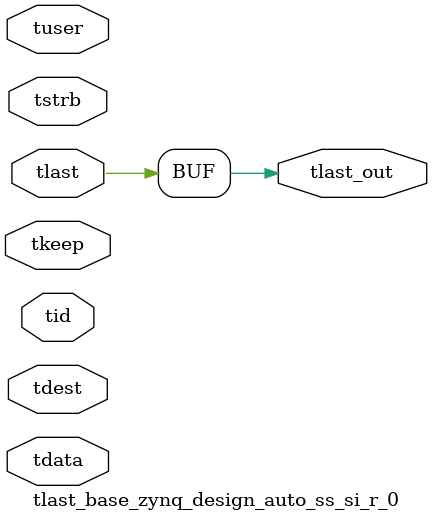
<source format=v>


`timescale 1ps/1ps

module tlast_base_zynq_design_auto_ss_si_r_0 #
(
parameter C_S_AXIS_TID_WIDTH   = 1,
parameter C_S_AXIS_TUSER_WIDTH = 0,
parameter C_S_AXIS_TDATA_WIDTH = 0,
parameter C_S_AXIS_TDEST_WIDTH = 0
)
(
input  [(C_S_AXIS_TID_WIDTH   == 0 ? 1 : C_S_AXIS_TID_WIDTH)-1:0       ] tid,
input  [(C_S_AXIS_TDATA_WIDTH == 0 ? 1 : C_S_AXIS_TDATA_WIDTH)-1:0     ] tdata,
input  [(C_S_AXIS_TUSER_WIDTH == 0 ? 1 : C_S_AXIS_TUSER_WIDTH)-1:0     ] tuser,
input  [(C_S_AXIS_TDEST_WIDTH == 0 ? 1 : C_S_AXIS_TDEST_WIDTH)-1:0     ] tdest,
input  [(C_S_AXIS_TDATA_WIDTH/8)-1:0 ] tkeep,
input  [(C_S_AXIS_TDATA_WIDTH/8)-1:0 ] tstrb,
input  [0:0]                                                             tlast,
output                                                                   tlast_out
);

assign tlast_out = {tlast[0]};

endmodule


</source>
